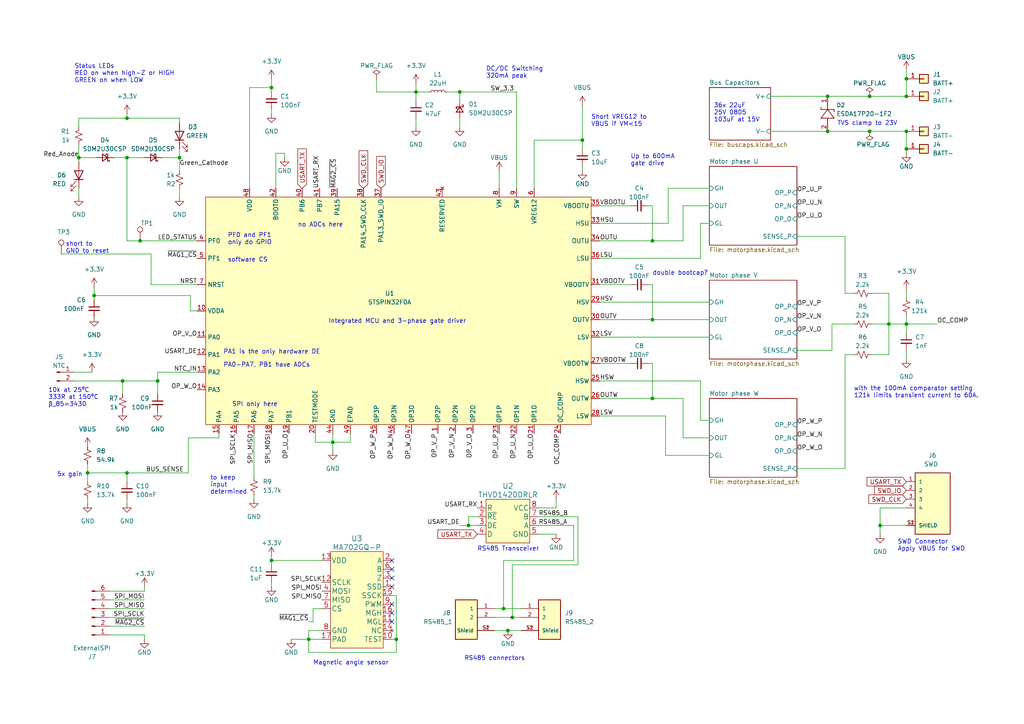
<source format=kicad_sch>
(kicad_sch (version 20230121) (generator eeschema)
  (paper "A4")
  (title_block (title "Ø32 BLDC Motor Controller") (date "2023-12-26") (rev "3") (company "Christopher Xu"))
  (lib_symbols
    (symbol "Connector:Conn_01x02_Pin" (pin_names (offset 1.016) hide)
      (property "Reference" "J" (at 0 2.54 0))
      (property "Value" "Conn_01x02_Pin" (at 0 -5.08 0))
      (symbol "Conn_01x02_Pin_1_1"
        (pin passive line (at 5.08 0 180) (length 3.81) (name "Pin_1") (number "1"))
        (pin passive line (at 5.08 -2.54 180) (length 3.81) (name "Pin_2") (number "2"))
      )
    )
    (symbol "Connector:Conn_01x06_Pin" (pin_names (offset 1.016) hide)
      (property "Reference" "J" (at 0 7.62 0))
      (property "Value" "Conn_01x06_Pin" (at 0 -10.16 0))
      (symbol "Conn_01x06_Pin_1_1"
        (pin passive line (at 5.08 5.08 180) (length 3.81) (name "Pin_1") (number "1"))
        (pin passive line (at 5.08 2.54 180) (length 3.81) (name "Pin_2") (number "2"))
        (pin passive line (at 5.08 0 180) (length 3.81) (name "Pin_3") (number "3"))
        (pin passive line (at 5.08 -2.54 180) (length 3.81) (name "Pin_4") (number "4"))
        (pin passive line (at 5.08 -5.08 180) (length 3.81) (name "Pin_5") (number "5"))
        (pin passive line (at 5.08 -7.62 180) (length 3.81) (name "Pin_6") (number "6"))
      )
    )
    (symbol "Connector:TestPoint" (pin_numbers hide) (pin_names (offset 0.762) hide)
      (property "Reference" "TP" (at 0 6.858 0))
      (property "Value" "TestPoint" (at 0 5.08 0))
      (symbol "TestPoint_1_1"
        (pin passive line (at 0 0 90) (length 2.54) (name "1") (number "1"))
      )
    )
    (symbol "Connector_Generic:Conn_01x01" (pin_names (offset 1.016) hide)
      (property "Reference" "J" (at 0 2.54 0))
      (property "Value" "Conn_01x01" (at 0 -2.54 0))
      (symbol "Conn_01x01_1_1"
        (pin passive line (at -5.08 0 0) (length 3.81) (name "Pin_1") (number "1"))
      )
    )
    (symbol "Device:C_Small" (pin_numbers hide) (pin_names (offset 0.254) hide)
      (property "Reference" "C" (at 0.254 1.778 0))
      (property "Value" "C_Small" (at 0.254 -2.032 0))
      (symbol "C_Small_1_1"
        (pin passive line (at 0 2.54 270) (length 2.032) (name "~") (number "1"))
        (pin passive line (at 0 -2.54 90) (length 2.032) (name "~") (number "2"))
      )
    )
    (symbol "Device:D_Schottky_Small" (pin_numbers hide) (pin_names (offset 0.254) hide)
      (property "Reference" "D" (at -1.27 2.032 0))
      (property "Value" "D_Schottky_Small" (at -7.112 -2.032 0))
      (symbol "D_Schottky_Small_1_1"
        (pin passive line (at -2.54 0 0) (length 1.778) (name "K") (number "1"))
        (pin passive line (at 2.54 0 180) (length 1.778) (name "A") (number "2"))
      )
    )
    (symbol "Device:LED" (pin_numbers hide) (pin_names (offset 1.016) hide)
      (property "Reference" "D" (at 0 2.54 0))
      (property "Value" "LED" (at 0 -2.54 0))
      (symbol "LED_1_1"
        (pin passive line (at -3.81 0 0) (length 2.54) (name "K") (number "1"))
        (pin passive line (at 3.81 0 180) (length 2.54) (name "A") (number "2"))
      )
    )
    (symbol "Device:L_Small" (pin_numbers hide) (pin_names (offset 0.254) hide)
      (property "Reference" "L" (at 0.762 1.016 0))
      (property "Value" "L_Small" (at 0.762 -1.016 0))
      (symbol "L_Small_1_1"
        (pin passive line (at 0 2.54 270) (length 0.508) (name "~") (number "1"))
        (pin passive line (at 0 -2.54 90) (length 0.508) (name "~") (number "2"))
      )
    )
    (symbol "Device:R_Small_US" (pin_numbers hide) (pin_names (offset 0.254) hide)
      (property "Reference" "R" (at 0.762 0.508 0))
      (property "Value" "R_Small_US" (at 0.762 -1.016 0))
      (symbol "R_Small_US_1_1"
        (pin passive line (at 0 2.54 270) (length 1.016) (name "~") (number "1"))
        (pin passive line (at 0 -2.54 90) (length 1.016) (name "~") (number "2"))
      )
    )
    (symbol "O32controller:ESDA17P20-1F2" (pin_names (offset 0.254))
      (property "Value" "ESDA17P20-1F2" (at 5.08 -3.81 0))
      (symbol "ESDA17P20-1F2_0_1"
        (pin unspecified line (at 10.16 0 180) (length 2.54) (name "") (number "1"))
        (pin unspecified line (at 0 0 0) (length 2.54) (name "") (number "2"))
      )
    )
    (symbol "O32controller:JST_SM02B-SRSS-TB(LF)(SN)" (pin_names (offset 1.016))
      (property "Reference" "J" (at 0 8.89 0))
      (property "Value" "JST_SM02B-SRSS-TB(LF)(SN)" (at -13.9092 6.3682 0))
      (symbol "JST_SM02B-SRSS-TB(LF)(SN)_0_0"
        (pin bidirectional line (at -7.62 2.54 0) (length 5.08) (name "1") (number "1"))
        (pin bidirectional line (at -7.62 0 0) (length 5.08) (name "2") (number "2"))
        (pin power_in line (at -7.62 -3.81 0) (length 5.08) (name "Shield") (number "S1"))
        (pin power_in line (at -7.62 -3.81 0) (length 5.08) (name "Shield") (number "S2"))
      )
    )
    (symbol "O32controller:JST_SM04B-SRSS-TB(LF)(SN)" (pin_names (offset 1.016))
      (property "Reference" "J" (at -1.27 11.43 0))
      (property "Value" "JST_SM04B-SRSS-TB(LF)(SN)" (at -13.97 8.89 0))
      (symbol "JST_SM04B-SRSS-TB(LF)(SN)_0_0"
        (pin passive line (at -7.62 5.08 0) (length 2.54) (name "1") (number "1"))
        (pin passive line (at -7.62 2.54 0) (length 2.54) (name "2") (number "2"))
        (pin passive line (at -7.62 0 0) (length 2.54) (name "3") (number "3"))
        (pin passive line (at -7.62 -2.54 0) (length 2.54) (name "4") (number "4"))
        (pin passive line (at -7.62 -7.62 0) (length 2.54) (name "SHIELD") (number "S1"))
        (pin passive line (at -7.62 -7.62 0) (length 2.54) (name "SHIELD") (number "S2"))
      )
    )
    (symbol "O32controller:MA702GQ-P" (pin_names (offset 0.254))
      (property "Reference" "U" (at 0 22.86 0))
      (property "Value" "MA702GQ-P" (at 0 20.32 0))
      (symbol "MA702GQ-P_1_1"
        (pin output line (at 10.16 7.62 180) (length 2.54) (name "SSD") (number "1"))
        (pin input line (at 10.16 -7.62 180) (length 2.54) (name "TEST") (number "10"))
        (pin output line (at 10.16 -2.54 180) (length 2.54) (name "MGL") (number "11"))
        (pin input line (at -10.16 8.89 0) (length 2.54) (name "SCLK") (number "12"))
        (pin power_in line (at -10.16 15.24 0) (length 2.54) (name "VDD") (number "13"))
        (pin no_connect line (at 10.16 -5.08 180) (length 2.54) (name "NC") (number "14"))
        (pin input line (at 10.16 5.08 180) (length 2.54) (name "SSCK") (number "15"))
        (pin output line (at 10.16 0 180) (length 2.54) (name "MGH") (number "16"))
        (pin power_in line (at -10.16 -7.62 0) (length 2.54) (name "PAD") (number "17"))
        (pin output line (at 10.16 15.24 180) (length 2.54) (name "A") (number "2"))
        (pin output line (at 10.16 10.16 180) (length 2.54) (name "Z") (number "3"))
        (pin input line (at -10.16 6.35 0) (length 2.54) (name "MOSI") (number "4"))
        (pin input line (at -10.16 1.27 0) (length 2.54) (name "CS") (number "5"))
        (pin output line (at 10.16 12.7 180) (length 2.54) (name "B") (number "6"))
        (pin output line (at -10.16 3.81 0) (length 2.54) (name "MISO") (number "7"))
        (pin power_in line (at -10.16 -5.08 0) (length 2.54) (name "GND") (number "8"))
        (pin output line (at 10.16 2.54 180) (length 2.54) (name "PWM") (number "9"))
      )
    )
    (symbol "O32controller:STSPIN32F0A"
      (property "Reference" "U" (at -5.08 7.62 0))
      (property "Value" "STSPIN32F0A" (at 2.54 7.62 0))
      (symbol "STSPIN32F0A_1_1"
        (pin input line (at 13.97 -38.1 90) (length 2.54) (name "OP2P") (number "1"))
        (pin power_in line (at -55.88 -2.54 0) (length 2.54) (name "VDDA") (number "10"))
        (pin bidirectional line (at -55.88 -10.16 0) (length 2.54) (name "PA0") (number "11"))
        (pin bidirectional line (at -55.88 -15.24 0) (length 2.54) (name "PA1") (number "12"))
        (pin bidirectional line (at -55.88 -20.32 0) (length 2.54) (name "PA2") (number "13"))
        (pin bidirectional line (at -55.88 -25.4 0) (length 2.54) (name "PA3") (number "14"))
        (pin bidirectional line (at -49.53 -38.1 90) (length 2.54) (name "PA4") (number "15"))
        (pin bidirectional line (at -44.45 -38.1 90) (length 2.54) (name "PA5") (number "16"))
        (pin bidirectional line (at -39.37 -38.1 90) (length 2.54) (name "PA6") (number "17"))
        (pin bidirectional line (at -34.29 -38.1 90) (length 2.54) (name "PA7") (number "18"))
        (pin bidirectional line (at -29.21 -38.1 90) (length 2.54) (name "PB1") (number "19"))
        (pin input line (at 19.05 -38.1 90) (length 2.54) (name "OP2N") (number "2"))
        (pin input line (at -21.59 -38.1 90) (length 2.54) (name "TESTMODE") (number "20"))
        (pin output line (at 41.91 -38.1 90) (length 2.54) (name "OP1O") (number "21"))
        (pin input line (at 36.83 -38.1 90) (length 2.54) (name "OP1N") (number "22"))
        (pin input line (at 31.75 -38.1 90) (length 2.54) (name "OP1P") (number "23"))
        (pin input line (at 49.53 -38.1 90) (length 2.54) (name "OC_COMP") (number "24"))
        (pin output line (at 60.96 -22.86 180) (length 2.54) (name "HSW") (number "25"))
        (pin input line (at 60.96 -27.94 180) (length 2.54) (name "OUTW") (number "26"))
        (pin power_out line (at 60.96 -17.78 180) (length 2.54) (name "VBOOTW") (number "27"))
        (pin output line (at 60.96 -33.02 180) (length 2.54) (name "LSW") (number "28"))
        (pin output line (at 60.96 0 180) (length 2.54) (name "HSV") (number "29"))
        (pin output line (at 24.13 -38.1 90) (length 2.54) (name "OP2O") (number "3"))
        (pin input line (at 60.96 -5.08 180) (length 2.54) (name "OUTV") (number "30"))
        (pin power_out line (at 60.96 5.08 180) (length 2.54) (name "VBOOTV") (number "31"))
        (pin output line (at 60.96 -10.16 180) (length 2.54) (name "LSV") (number "32"))
        (pin output line (at 60.96 22.86 180) (length 2.54) (name "HSU") (number "33"))
        (pin input line (at 60.96 17.78 180) (length 2.54) (name "OUTU") (number "34"))
        (pin power_out line (at 60.96 27.94 180) (length 2.54) (name "VBOOTU") (number "35"))
        (pin output line (at 60.96 12.7 180) (length 2.54) (name "LSU") (number "36"))
        (pin bidirectional line (at -2.54 33.02 270) (length 2.54) (name "PA13_SWD_IO") (number "37"))
        (pin bidirectional line (at -7.62 33.02 270) (length 2.54) (name "PA14_SWD_CLK") (number "38"))
        (pin bidirectional line (at -15.24 33.02 270) (length 2.54) (name "PA15") (number "39"))
        (pin bidirectional line (at -55.88 17.78 0) (length 2.54) (name "PF0") (number "4"))
        (pin bidirectional line (at -25.4 33.02 270) (length 2.54) (name "PB6") (number "40"))
        (pin bidirectional line (at -20.32 33.02 270) (length 2.54) (name "PB7") (number "41"))
        (pin input line (at -33.02 33.02 270) (length 2.54) (name "BOOT0") (number "42"))
        (pin no_connect line (at 15.24 33.02 270) (length 2.54) (name "RESERVED") (number "43"))
        (pin power_in line (at -16.51 -38.1 90) (length 2.54) (name "GND") (number "44"))
        (pin input line (at -3.81 -38.1 90) (length 2.54) (name "OP3P") (number "45"))
        (pin input line (at 1.27 -38.1 90) (length 2.54) (name "OP3N") (number "46"))
        (pin output line (at 6.35 -38.1 90) (length 2.54) (name "OP3O") (number "47"))
        (pin power_in line (at -40.64 33.02 270) (length 2.54) (name "VDD") (number "48"))
        (pin power_in line (at -11.43 -38.1 90) (length 2.54) (name "EPAD") (number "49"))
        (pin bidirectional line (at -55.88 12.7 0) (length 2.54) (name "PF1") (number "5"))
        (pin power_in line (at 41.91 33.02 270) (length 2.54) (name "VREG12") (number "6"))
        (pin input line (at -55.88 5.08 0) (length 2.54) (name "NRST") (number "7"))
        (pin power_in line (at 31.75 33.02 270) (length 2.54) (name "VM") (number "8"))
        (pin output line (at 36.83 33.02 270) (length 2.54) (name "SW") (number "9"))
      )
    )
    (symbol "O32controller:THVD1420DRLR" (pin_names (offset 0.254))
      (property "Reference" "U" (at 0 10.16 0))
      (property "Value" "THVD1420DRLR" (at -1.27 12.7 0))
      (symbol "THVD1420DRLR_1_1"
        (pin output line (at -8.89 3.81 0) (length 2.54) (name "R") (number "1"))
        (pin input line (at -8.89 1.27 0) (length 2.54) (name "~{RE}") (number "2"))
        (pin input line (at -8.89 -1.27 0) (length 2.54) (name "DE") (number "3"))
        (pin input line (at -8.89 -3.81 0) (length 2.54) (name "D") (number "4"))
        (pin power_in line (at 8.89 -3.81 180) (length 2.54) (name "GND") (number "5"))
        (pin bidirectional line (at 8.89 -1.27 180) (length 2.54) (name "A") (number "6"))
        (pin bidirectional line (at 8.89 1.27 180) (length 2.54) (name "B") (number "7"))
        (pin power_in line (at 8.89 3.81 180) (length 2.54) (name "VCC") (number "8"))
      )
    )
    (symbol "power:+3.3V" (power) (pin_names (offset 0))
      (property "Value" "+3.3V" (at 0 3.556 0))
      (symbol "+3.3V_1_1"
        (pin power_in line (at 0 0 90) (length 0) hide (name "+3.3V") (number "1"))
      )
    )
    (symbol "power:GND" (power) (pin_names (offset 0))
      (property "Value" "GND" (at 0 -3.81 0))
      (symbol "GND_1_1"
        (pin power_in line (at 0 0 270) (length 0) hide (name "GND") (number "1"))
      )
    )
    (symbol "power:PWR_FLAG" (power) (pin_numbers hide) (pin_names (offset 0) hide)
      (property "Value" "PWR_FLAG" (at 0 3.81 0))
      (symbol "PWR_FLAG_0_0"
        (pin power_out line (at 0 0 90) (length 0) (name "pwr") (number "1"))
      )
    )
    (symbol "power:VBUS" (power) (pin_names (offset 0))
      (property "Value" "VBUS" (at 0 3.81 0))
      (symbol "VBUS_1_1"
        (pin power_in line (at 0 0 90) (length 0) hide (name "VBUS") (number "1"))
      )
    )
  )
  (junction (at 36.83 34.29))
  (junction (at 35.56 110.49))
  (junction (at 262.89 22.86))
  (junction (at 168.91 40.64))
  (junction (at 120.65 26.67))
  (junction (at 89.535 185.42))
  (junction (at 25.4 137.16))
  (junction (at 255.27 152.4))
  (junction (at 52.07 45.72))
  (junction (at 240.03 38.1))
  (junction (at 257.81 93.98))
  (junction (at 146.05 176.53))
  (junction (at 189.23 115.57))
  (junction (at 114.935 185.42))
  (junction (at 36.83 45.72))
  (junction (at 133.35 26.67))
  (junction (at 78.74 162.56))
  (junction (at 40.64 69.85))
  (junction (at 252.222 27.94))
  (junction (at 262.89 38.1))
  (junction (at 78.74 25.4))
  (junction (at 189.23 69.85))
  (junction (at 45.72 110.49))
  (junction (at 147.32 182.88))
  (junction (at 262.89 43.18))
  (junction (at 262.89 27.94))
  (junction (at 262.89 93.98))
  (junction (at 96.52 128.27))
  (junction (at 22.86 45.72))
  (junction (at 27.305 85.725))
  (junction (at 36.83 137.16))
  (junction (at 135.89 152.4))
  (junction (at 189.23 92.71))
  (junction (at 252.222 38.1))
  (junction (at 240.03 27.94))
  (junction (at 148.59 179.07))
  (no_connect (at 113.665 162.56))
  (no_connect (at 113.665 170.18))
  (no_connect (at 113.665 167.64))
  (no_connect (at 113.665 165.1))
  (no_connect (at 113.665 177.8))
  (no_connect (at 113.665 175.26))
  (no_connect (at 113.665 180.34))
  (wire (pts (xy 36.83 137.16) (xy 54.61 137.16)))
  (wire (pts (xy 27.305 85.725) (xy 55.245 85.725)))
  (wire (pts (xy 101.6 128.27) (xy 101.6 125.73)))
  (wire (pts (xy 173.99 82.55) (xy 182.88 82.55)))
  (wire (pts (xy 78.74 161.29) (xy 78.74 162.56)))
  (wire (pts (xy 173.99 74.93) (xy 203.2 74.93)))
  (wire (pts (xy 78.74 22.86) (xy 78.74 25.4)))
  (wire (pts (xy 31.75 181.61) (xy 41.91 181.61)))
  (wire (pts (xy 25.4 137.16) (xy 36.83 137.16)))
  (wire (pts (xy 154.94 40.64) (xy 154.94 54.61)))
  (wire (pts (xy 133.35 34.29) (xy 133.35 36.83)))
  (wire (pts (xy 89.535 185.42) (xy 93.345 185.42)))
  (wire (pts (xy 21.59 110.49) (xy 35.56 110.49)))
  (wire (pts (xy 129.54 26.67) (xy 133.35 26.67)))
  (wire (pts (xy 41.91 185.42) (xy 41.91 184.15)))
  (wire (pts (xy 72.39 25.4) (xy 72.39 54.61)))
  (wire (pts (xy 113.665 172.72) (xy 114.935 172.72)))
  (wire (pts (xy 148.59 179.07) (xy 151.13 179.07)))
  (wire (pts (xy 89.535 182.88) (xy 89.535 185.42)))
  (wire (pts (xy 168.91 48.26) (xy 168.91 49.53)))
  (wire (pts (xy 203.2 121.92) (xy 205.74 121.92)))
  (wire (pts (xy 189.23 105.41) (xy 187.96 105.41)))
  (wire (pts (xy 189.23 59.69) (xy 189.23 69.85)))
  (wire (pts (xy 21.59 107.95) (xy 26.67 107.95)))
  (wire (pts (xy 133.35 26.67) (xy 133.35 29.21)))
  (wire (pts (xy 193.802 64.77) (xy 193.802 54.61)))
  (wire (pts (xy 36.83 34.29) (xy 52.07 34.29)))
  (wire (pts (xy 96.52 128.27) (xy 101.6 128.27)))
  (wire (pts (xy 133.35 152.4) (xy 135.89 152.4)))
  (wire (pts (xy 262.89 93.98) (xy 271.78 93.98)))
  (wire (pts (xy 41.91 184.15) (xy 31.75 184.15)))
  (wire (pts (xy 262.89 20.32) (xy 262.89 22.86)))
  (wire (pts (xy 173.99 69.85) (xy 189.23 69.85)))
  (wire (pts (xy 146.05 162.56) (xy 146.05 176.53)))
  (wire (pts (xy 257.81 93.98) (xy 262.89 93.98)))
  (wire (pts (xy 52.07 45.72) (xy 52.07 49.53)))
  (wire (pts (xy 89.535 185.42) (xy 84.455 185.42)))
  (wire (pts (xy 144.78 49.53) (xy 144.78 54.61)))
  (wire (pts (xy 27.305 83.185) (xy 27.305 85.725)))
  (wire (pts (xy 52.07 43.18) (xy 52.07 45.72)))
  (wire (pts (xy 36.83 69.85) (xy 40.64 69.85)))
  (wire (pts (xy 90.805 176.53) (xy 93.345 176.53)))
  (wire (pts (xy 114.935 189.23) (xy 114.935 185.42)))
  (wire (pts (xy 78.74 162.56) (xy 93.345 162.56)))
  (wire (pts (xy 198.12 115.57) (xy 189.23 115.57)))
  (wire (pts (xy 36.83 139.7) (xy 36.83 137.16)))
  (wire (pts (xy 82.55 45.72) (xy 82.55 44.45)))
  (wire (pts (xy 89.535 189.23) (xy 114.935 189.23)))
  (wire (pts (xy 73.66 125.73) (xy 73.66 138.43)))
  (wire (pts (xy 252.222 27.94) (xy 262.89 27.94)))
  (wire (pts (xy 156.21 152.4) (xy 166.37 152.4)))
  (wire (pts (xy 96.52 128.27) (xy 96.52 130.81)))
  (wire (pts (xy 25.4 134.62) (xy 25.4 137.16)))
  (wire (pts (xy 78.74 168.91) (xy 78.74 170.18)))
  (wire (pts (xy 120.65 34.29) (xy 120.65 36.83)))
  (wire (pts (xy 143.51 176.53) (xy 146.05 176.53)))
  (wire (pts (xy 80.01 44.45) (xy 80.01 54.61)))
  (wire (pts (xy 189.23 92.71) (xy 205.74 92.71)))
  (wire (pts (xy 55.245 90.17) (xy 57.15 90.17)))
  (wire (pts (xy 89.535 185.42) (xy 89.535 189.23)))
  (wire (pts (xy 173.99 110.49) (xy 203.2 110.49)))
  (wire (pts (xy 133.35 26.67) (xy 149.86 26.67)))
  (wire (pts (xy 89.535 180.34) (xy 90.805 180.34)))
  (wire (pts (xy 173.99 64.77) (xy 193.802 64.77)))
  (wire (pts (xy 27.305 85.725) (xy 27.305 86.995)))
  (wire (pts (xy 54.61 127) (xy 63.5 127)))
  (wire (pts (xy 33.02 45.72) (xy 36.83 45.72)))
  (wire (pts (xy 262.89 22.86) (xy 262.89 27.94)))
  (wire (pts (xy 223.52 38.1) (xy 240.03 38.1)))
  (wire (pts (xy 120.65 26.67) (xy 124.46 26.67)))
  (wire (pts (xy 198.12 59.69) (xy 205.74 59.69)))
  (wire (pts (xy 52.07 34.29) (xy 52.07 35.56)))
  (wire (pts (xy 22.86 45.72) (xy 22.86 46.99)))
  (wire (pts (xy 41.91 170.18) (xy 41.91 171.45)))
  (wire (pts (xy 262.89 91.44) (xy 262.89 93.98)))
  (wire (pts (xy 72.39 25.4) (xy 78.74 25.4)))
  (wire (pts (xy 109.22 22.86) (xy 109.22 26.67)))
  (wire (pts (xy 43.815 82.55) (xy 57.15 82.55)))
  (wire (pts (xy 262.89 147.32) (xy 255.27 147.32)))
  (wire (pts (xy 189.23 82.55) (xy 189.23 92.71)))
  (wire (pts (xy 173.99 115.57) (xy 189.23 115.57)))
  (wire (pts (xy 203.2 64.77) (xy 205.74 64.77)))
  (wire (pts (xy 36.83 69.85) (xy 36.83 45.72)))
  (wire (pts (xy 78.74 31.75) (xy 78.74 33.02)))
  (wire (pts (xy 203.2 74.93) (xy 203.2 64.77)))
  (wire (pts (xy 168.91 40.64) (xy 154.94 40.64)))
  (wire (pts (xy 156.21 149.86) (xy 167.64 149.86)))
  (wire (pts (xy 138.43 149.86) (xy 135.89 149.86)))
  (wire (pts (xy 193.04 120.65) (xy 193.04 132.08)))
  (wire (pts (xy 114.935 172.72) (xy 114.935 185.42)))
  (wire (pts (xy 35.56 110.49) (xy 35.56 114.3)))
  (wire (pts (xy 193.802 54.61) (xy 205.74 54.61)))
  (wire (pts (xy 120.65 24.13) (xy 120.65 26.67)))
  (wire (pts (xy 231.14 135.89) (xy 245.11 135.89)))
  (wire (pts (xy 167.64 163.83) (xy 148.59 163.83)))
  (wire (pts (xy 166.37 152.4) (xy 166.37 162.56)))
  (wire (pts (xy 262.89 83.82) (xy 262.89 86.36)))
  (wire (pts (xy 35.56 110.49) (xy 45.72 110.49)))
  (wire (pts (xy 43.815 73.66) (xy 43.815 82.55)))
  (wire (pts (xy 198.12 69.85) (xy 198.12 59.69)))
  (wire (pts (xy 167.64 149.86) (xy 167.64 163.83)))
  (wire (pts (xy 22.86 34.29) (xy 22.86 36.83)))
  (wire (pts (xy 193.04 132.08) (xy 205.74 132.08)))
  (wire (pts (xy 147.32 182.88) (xy 151.13 182.88)))
  (wire (pts (xy 240.03 27.94) (xy 252.222 27.94)))
  (wire (pts (xy 96.52 125.73) (xy 96.52 128.27)))
  (wire (pts (xy 22.86 34.29) (xy 36.83 34.29)))
  (wire (pts (xy 245.11 102.87) (xy 247.65 102.87)))
  (wire (pts (xy 198.12 127) (xy 198.12 115.57)))
  (wire (pts (xy 262.89 38.1) (xy 262.89 43.18)))
  (wire (pts (xy 114.935 185.42) (xy 113.665 185.42)))
  (wire (pts (xy 91.44 125.73) (xy 91.44 128.27)))
  (wire (pts (xy 25.4 144.78) (xy 25.4 146.05)))
  (wire (pts (xy 36.83 144.78) (xy 36.83 146.05)))
  (wire (pts (xy 55.245 85.725) (xy 55.245 90.17)))
  (wire (pts (xy 245.11 85.09) (xy 247.65 85.09)))
  (wire (pts (xy 120.65 26.67) (xy 120.65 29.21)))
  (wire (pts (xy 262.89 101.6) (xy 262.89 104.14)))
  (wire (pts (xy 173.99 59.69) (xy 182.88 59.69)))
  (wire (pts (xy 22.86 54.61) (xy 22.86 57.15)))
  (wire (pts (xy 189.23 82.55) (xy 187.96 82.55)))
  (wire (pts (xy 223.52 27.94) (xy 240.03 27.94)))
  (wire (pts (xy 54.61 127) (xy 54.61 137.16)))
  (wire (pts (xy 173.99 97.79) (xy 205.74 97.79)))
  (wire (pts (xy 189.23 59.69) (xy 187.96 59.69)))
  (wire (pts (xy 156.21 154.94) (xy 161.29 154.94)))
  (wire (pts (xy 255.27 147.32) (xy 255.27 152.4)))
  (wire (pts (xy 36.83 45.72) (xy 41.91 45.72)))
  (wire (pts (xy 252.73 85.09) (xy 257.81 85.09)))
  (wire (pts (xy 31.75 179.07) (xy 41.91 179.07)))
  (wire (pts (xy 205.74 127) (xy 198.12 127)))
  (wire (pts (xy 252.222 38.1) (xy 262.89 38.1)))
  (wire (pts (xy 166.37 162.56) (xy 146.05 162.56)))
  (wire (pts (xy 135.89 149.86) (xy 135.89 152.4)))
  (wire (pts (xy 146.05 176.53) (xy 151.13 176.53)))
  (wire (pts (xy 90.805 180.34) (xy 90.805 176.53)))
  (wire (pts (xy 262.89 43.18) (xy 262.89 44.45)))
  (wire (pts (xy 173.99 105.41) (xy 182.88 105.41)))
  (wire (pts (xy 189.23 69.85) (xy 198.12 69.85)))
  (wire (pts (xy 252.73 102.87) (xy 257.81 102.87)))
  (wire (pts (xy 173.99 92.71) (xy 189.23 92.71)))
  (wire (pts (xy 31.75 171.45) (xy 41.91 171.45)))
  (wire (pts (xy 168.91 43.18) (xy 168.91 40.64)))
  (wire (pts (xy 82.55 44.45) (xy 80.01 44.45)))
  (wire (pts (xy 262.89 93.98) (xy 262.89 96.52)))
  (wire (pts (xy 257.81 102.87) (xy 257.81 93.98)))
  (wire (pts (xy 73.66 143.51) (xy 73.66 144.78)))
  (wire (pts (xy 161.29 147.32) (xy 156.21 147.32)))
  (wire (pts (xy 173.99 120.65) (xy 193.04 120.65)))
  (wire (pts (xy 78.74 162.56) (xy 78.74 163.83)))
  (wire (pts (xy 109.22 26.67) (xy 120.65 26.67)))
  (wire (pts (xy 148.59 163.83) (xy 148.59 179.07)))
  (wire (pts (xy 91.44 128.27) (xy 96.52 128.27)))
  (wire (pts (xy 22.86 41.91) (xy 22.86 45.72)))
  (wire (pts (xy 255.27 152.4) (xy 262.89 152.4)))
  (wire (pts (xy 241.3 101.6) (xy 241.3 93.98)))
  (wire (pts (xy 52.07 54.61) (xy 52.07 57.15)))
  (wire (pts (xy 45.72 107.95) (xy 45.72 110.49)))
  (wire (pts (xy 31.75 173.99) (xy 41.91 173.99)))
  (wire (pts (xy 203.2 110.49) (xy 203.2 121.92)))
  (wire (pts (xy 46.99 45.72) (xy 52.07 45.72)))
  (wire (pts (xy 240.03 38.1) (xy 252.222 38.1)))
  (wire (pts (xy 45.72 107.95) (xy 57.15 107.95)))
  (wire (pts (xy 149.86 54.61) (xy 149.86 26.67)))
  (wire (pts (xy 143.51 182.88) (xy 147.32 182.88)))
  (wire (pts (xy 245.11 68.58) (xy 245.11 85.09)))
  (wire (pts (xy 40.64 69.85) (xy 57.15 69.85)))
  (wire (pts (xy 93.345 182.88) (xy 89.535 182.88)))
  (wire (pts (xy 241.3 93.98) (xy 247.65 93.98)))
  (wire (pts (xy 168.91 30.48) (xy 168.91 40.64)))
  (wire (pts (xy 25.4 137.16) (xy 25.4 139.7)))
  (wire (pts (xy 36.83 33.02) (xy 36.83 34.29)))
  (wire (pts (xy 78.74 25.4) (xy 78.74 26.67)))
  (wire (pts (xy 31.75 176.53) (xy 41.91 176.53)))
  (wire (pts (xy 143.51 179.07) (xy 148.59 179.07)))
  (wire (pts (xy 257.81 93.98) (xy 252.73 93.98)))
  (wire (pts (xy 161.29 144.78) (xy 161.29 147.32)))
  (wire (pts (xy 255.27 154.94) (xy 255.27 152.4)))
  (wire (pts (xy 231.14 68.58) (xy 245.11 68.58)))
  (wire (pts (xy 63.5 127) (xy 63.5 125.73)))
  (wire (pts (xy 245.11 135.89) (xy 245.11 102.87)))
  (wire (pts (xy 135.89 152.4) (xy 138.43 152.4)))
  (wire (pts (xy 257.81 85.09) (xy 257.81 93.98)))
  (wire (pts (xy 22.86 45.72) (xy 27.94 45.72)))
  (wire (pts (xy 43.815 73.66) (xy 17.78 73.66)))
  (wire (pts (xy 231.14 101.6) (xy 241.3 101.6)))
  (wire (pts (xy 189.23 105.41) (xy 189.23 115.57)))
  (wire (pts (xy 173.99 87.63) (xy 205.74 87.63)))
  (wire (pts (xy 45.72 110.49) (xy 45.72 114.3)))
  (text "PA1 is the only hardware DE" (at 64.77 102.87 0) (effects (font (size 1.27 1.27)) (justify left bottom)))
  (text "to keep\ninput\ndetermined" (at 60.96 143.51 0) (effects (font (size 1.27 1.27)) (justify left bottom)))
  (text "RS485 Transceiver" (at 138.43 160.02 0) (effects (font (size 1.27 1.27)) (justify left bottom)))
  (text "short to \nGND to reset" (at 19.05 73.66 0) (effects (font (size 1.27 1.27)) (justify left bottom)))
  (text "Short VREG12 to \nVBUS if VM<15" (at 171.45 36.83 0) (effects (font (size 1.27 1.27)) (justify left bottom)))
  (text "Up to 600mA \ngate drive" (at 182.88 48.26 0) (effects (font (size 1.27 1.27)) (justify left bottom)))
  (text "36x 22uF\n25V 0805\n103uF at 15V" (at 207.01 35.56 0) (effects (font (size 1.27 1.27)) (justify left bottom)))
  (text "DC/DC Switching\n320mA peak" (at 140.97 22.86 0) (effects (font (size 1.27 1.27)) (justify left bottom)))
  (text "Integrated MCU and 3-phase gate driver" (at 95.25 93.98 0) (effects (font (size 1.27 1.27)) (justify left bottom)))
  (text "PF0 and PF1\nonly do GPIO" (at 66.04 71.12 0) (effects (font (size 1.27 1.27)) (justify left bottom)))
  (text "PA0-PA7, PB1 have ADCs" (at 64.77 106.68 0) (effects (font (size 1.27 1.27)) (justify left bottom)))
  (text "TVS clamp to 23V" (at 242.824 36.576 0) (effects (font (size 1.27 1.27)) (justify left bottom)))
  (text "10k at 25ºC\n333R at 150ºC\nβ_85=3430\n" (at 13.97 118.11 0) (effects (font (size 1.27 1.27)) (justify left bottom)))
  (text "with the 100mA comparator setting\n121k limits transient current to 60A." (at 247.65 115.57 0) (effects (font (size 1.27 1.27)) (justify left bottom)))
  (text "5x gain" (at 16.51 138.43 0) (effects (font (size 1.27 1.27)) (justify left bottom)))
  (text "no ADCs here" (at 86.36 66.04 0) (effects (font (size 1.27 1.27)) (justify left bottom)))
  (text "SPI only here" (at 67.31 118.11 0) (effects (font (size 1.27 1.27)) (justify left bottom)))
  (text "Magnetic angle sensor" (at 90.805 193.04 0) (effects (font (size 1.27 1.27)) (justify left bottom)))
  (text "RS485 connectors" (at 134.62 191.77 0) (effects (font (size 1.27 1.27)) (justify left bottom)))
  (text "software CS" (at 66.04 76.2 0) (effects (font (size 1.27 1.27)) (justify left bottom)))
  (text "SWD Connector\nApply VBUS for SWD" (at 260.35 160.02 0) (effects (font (size 1.27 1.27)) (justify left bottom)))
  (text "Status LEDs\nRED on when high-Z or HIGH\nGREEN on when LOW" (at 21.59 24.13 0) (effects (font (size 1.27 1.27)) (justify left bottom)))
  (text "double bootcap?" (at 189.23 80.01 0) (effects (font (size 1.27 1.27)) (justify left bottom)))
  (label "OC_COMP" (at 271.78 93.98 0))
  (label "LSW" (at 173.99 120.65 0))
  (label "USART_DE" (at 133.35 152.4 180))
  (label "SPI_MOSI" (at 93.345 171.45 180))
  (label "SPI_MOSI" (at 41.91 173.99 180))
  (label "USART_RX" (at 138.43 147.32 180))
  (label "SPI_MISO" (at 93.345 173.99 180))
  (label "OP_V_N" (at 231.14 92.71 0))
  (label "OP_W_N" (at 231.14 127 0))
  (label "OP_U_P" (at 144.78 125.73 270))
  (label "OP_W_P" (at 109.22 125.73 270))
  (label "OP_V_N" (at 132.08 125.73 270))
  (label "HSW" (at 173.99 110.49 0))
  (label "~{MAG2_CS}" (at 97.79 54.61 90))
  (label "OC_COMP" (at 162.56 125.73 270))
  (label "OUTV" (at 173.99 92.71 0))
  (label "~{MAG1_CS}" (at 57.15 74.93 180))
  (label "USART_DE" (at 57.15 102.87 180))
  (label "SPI_SCLK" (at 41.91 179.07 180))
  (label "VBOOTW" (at 173.99 105.41 0))
  (label "BUS_SENSE" (at 53.34 137.16 180))
  (label "NRST" (at 57.15 82.55 180))
  (label "LED_STATUS" (at 57.15 69.85 180))
  (label "LSU" (at 173.99 74.93 0))
  (label "SPI_MOSI" (at 78.74 125.73 270))
  (label "OP_U_O" (at 83.82 125.73 270))
  (label "VBOOTU" (at 173.99 59.69 0))
  (label "OP_V_O" (at 231.14 96.52 0))
  (label "OP_U_P" (at 231.14 55.88 0))
  (label "LSV" (at 173.99 97.79 0))
  (label "OP_V_P" (at 231.14 88.9 0))
  (label "SW_3.3" (at 142.24 26.67 0))
  (label "OP_U_O" (at 231.14 63.5 0))
  (label "OP_V_P" (at 127 125.73 270))
  (label "OP_W_O" (at 119.38 125.73 270))
  (label "Red_Anode" (at 22.86 45.72 180))
  (label "RS485_B" (at 156.21 149.86 0))
  (label "HSV" (at 173.99 87.63 0))
  (label "HSU" (at 173.99 64.77 0))
  (label "SPI_SCLK" (at 68.58 125.73 270))
  (label "USART_RX" (at 92.71 54.61 90))
  (label "~{MAG2_CS}" (at 41.91 181.61 180))
  (label "OP_U_O" (at 154.94 125.73 270))
  (label "OP_W_O" (at 231.14 130.81 0))
  (label "RS485_A" (at 156.21 152.4 0))
  (label "OP_W_O" (at 57.15 113.03 180))
  (label "~{MAG1_CS}" (at 89.535 180.34 180))
  (label "Green_Cathode" (at 52.07 48.26 0))
  (label "VBOOTV" (at 173.99 82.55 0))
  (label "NTC_IN" (at 57.15 107.95 180))
  (label "SPI_MISO" (at 73.66 125.73 270))
  (label "OUTU" (at 173.99 69.85 0))
  (label "OP_V_O" (at 137.16 125.73 270))
  (label "OP_W_N" (at 114.3 125.73 270))
  (label "OP_U_N" (at 149.86 125.73 270))
  (label "OP_U_N" (at 231.14 59.69 0))
  (label "OP_V_O" (at 57.15 97.79 180))
  (label "OP_W_P" (at 231.14 123.19 0))
  (label "OUTW" (at 173.99 115.57 0))
  (label "SPI_SCLK" (at 93.345 168.91 180))
  (label "SPI_MISO" (at 41.91 176.53 180))
  (global_label "SWD_CLK" (shape input) (at 105.41 54.61 90) (property "Intersheetrefs" "${INTERSHEET_REFS}" (effects hide)))
  (global_label "USART_TX" (shape input) (at 262.89 139.7 180) (property "Intersheetrefs" "${INTERSHEET_REFS}" (effects hide)))
  (global_label "SWD_IO" (shape input) (at 262.89 142.24 180) (property "Intersheetrefs" "${INTERSHEET_REFS}" (effects hide)))
  (global_label "SWD_CLK" (shape input) (at 262.89 144.78 180) (property "Intersheetrefs" "${INTERSHEET_REFS}" (effects hide)))
  (global_label "SWD_IO" (shape input) (at 110.49 54.61 90) (property "Intersheetrefs" "${INTERSHEET_REFS}" (effects hide)))
  (global_label "USART_TX" (shape input) (at 138.43 154.94 180) (property "Intersheetrefs" "${INTERSHEET_REFS}" (effects hide)))
  (global_label "USART_TX" (shape input) (at 87.63 54.61 90) (property "Intersheetrefs" "${INTERSHEET_REFS}" (effects hide)))
  (symbol (lib_id "Device:D_Schottky_Small") (at 44.45 45.72 180) (unit 1)
    (property "Reference" "D5" (at 45.72 40.64 0) (effects (justify left)))
    (property "Value" "SDM2U30CSP" (at 50.8 43.18 0) (effects (justify left)))
    (property "Footprint" "O32controller:SDM2U30CSP-7" (effects hide))
    (property "MP" "SDM2U30CSP" (effects hide))
  )
  (symbol (lib_id "Device:C_Small") (at 185.42 105.41 90) (unit 1)
    (property "Reference" "C8" (at 185.42 100.33 90))
    (property "Value" "100nF" (at 185.42 102.87 90))
    (property "Footprint" "Capacitor_SMD:C_0402_1005Metric" (effects hide))
    (property "MP" "CL05A104KA5NNNC " (effects hide))
  )
  (symbol (lib_id "power:+3.3V") (at 78.74 22.86 0) (unit 1)
    (property "Reference" "#PWR02" (effects hide))
    (property "Value" "+3.3V" (at 78.74 17.78 0))
  )
  (symbol (lib_id "Device:D_Schottky_Small") (at 133.35 31.75 270) (unit 1)
    (property "Reference" "D1" (at 135.89 30.2259 90) (effects (justify left)))
    (property "Value" "SDM2U30CSP" (at 135.89 32.7659 90) (effects (justify left)))
    (property "Footprint" "O32controller:SDM2U30CSP-7" (effects hide))
    (property "MP" "SDM2U30CSP" (effects hide))
  )
  (symbol (lib_id "O32controller:JST_SM02B-SRSS-TB(LF)(SN)") (at 158.75 179.07 0) (unit 1)
    (property "Reference" "J9" (at 163.83 177.8 0) (effects (justify left)))
    (property "Value" "RS485_2" (at 163.83 180.34 0) (effects (justify left)))
    (property "Footprint" "O32controller:JST_SM02B-SRSS-TB(LF)(SN)" (effects hide))
    (property "Datasheet" "https://www.snapeda.com/parts/SM04B-SRSS-TB(LF)(SN)/JST%20Sales/datasheet/" (effects hide))
    (property "MP" "SM02B-SRSS-TB_LF__SN_" (effects hide))
  )
  (symbol (lib_id "O32controller:THVD1420DRLR") (at 147.32 151.13 0) (unit 1)
    (property "Reference" "U2" (at 147.32 140.97 0) (effects (font (size 1.524 1.524))))
    (property "Value" "THVD1420DRLR" (at 147.32 143.51 0) (effects (font (size 1.524 1.524))))
    (property "Footprint" "O32controller:THVD1420DRLR_SOT-585" (effects hide))
    (property "Datasheet" "https://www.ti.com/lit/ds/symlink/thvd1400.pdf" (effects hide))
    (property "MP" "THVD1420DRLR" (effects hide))
  )
  (symbol (lib_id "Device:R_Small_US") (at 262.89 88.9 0) (unit 1)
    (property "Reference" "R4" (at 266.7 87.63 0))
    (property "Value" "121k" (at 266.7 90.17 0))
    (property "Footprint" "Resistor_SMD:R_0402_1005Metric" (effects hide))
    (property "MP" "RC0402FR-07121KL " (effects hide))
  )
  (symbol (lib_id "O32controller:STSPIN32F0A") (at 113.03 87.63 0) (unit 1)
    (property "Reference" "U1" (at 113.03 85.09 0))
    (property "Value" "STSPIN32F0A" (at 113.03 87.63 0))
    (property "Footprint" "O32controller:VFQFPN-48-1EP_7x7mm_P0.5mm_EP2.8x2.8mm" (effects hide))
    (property "Datasheet" "https://www.st.com/en/motor-drivers/stspin32f0a.html#overview" (effects hide))
    (property "MP" "STSPIN32F0A" (effects hide))
  )
  (symbol (lib_id "power:GND") (at 82.55 45.72 0) (unit 1)
    (property "Reference" "#PWR010" (effects hide))
    (property "Value" "GND" (at 82.55 49.53 0))
  )
  (symbol (lib_id "Device:C_Small") (at 78.74 166.37 0) (unit 1)
    (property "Reference" "C11" (at 72.39 165.1 0) (effects (justify left)))
    (property "Value" "1uF" (at 72.39 167.64 0) (effects (justify left)))
    (property "Footprint" "Capacitor_SMD:C_0402_1005Metric" (effects hide))
    (property "MP" "GCM155C71A105KE38D" (effects hide))
  )
  (symbol (lib_id "Device:LED") (at 52.07 39.37 90) (unit 1)
    (property "Reference" "D3" (at 55.88 36.83 90))
    (property "Value" "GREEN" (at 57.15 39.37 90))
    (property "Footprint" "LED_SMD:LED_0603_1608Metric" (effects hide))
    (property "MP" "150060VS55040" (effects hide))
  )
  (symbol (lib_id "power:GND") (at 161.29 154.94 0) (unit 1)
    (property "Reference" "#PWR029" (effects hide))
    (property "Value" "GND" (at 161.29 158.75 0))
  )
  (symbol (lib_id "power:GND") (at 73.66 144.78 0) (unit 1)
    (property "Reference" "#PWR025" (effects hide))
    (property "Value" "GND" (at 73.66 149.86 0))
  )
  (symbol (lib_id "power:+3.3V") (at 26.67 107.95 0) (unit 1)
    (property "Reference" "#PWR020" (effects hide))
    (property "Value" "+3.3V" (at 26.67 102.87 0))
  )
  (symbol (lib_id "Device:C_Small") (at 36.83 142.24 0) (unit 1)
    (property "Reference" "C10" (at 39.37 140.97 0) (effects (justify left)))
    (property "Value" "100nF" (at 39.37 143.51 0) (effects (justify left)))
    (property "Footprint" "Capacitor_SMD:C_0402_1005Metric" (effects hide))
    (property "MP" "CL05A104KA5NNNC " (effects hide))
  )
  (symbol (lib_id "power:+3.3V") (at 27.305 83.185 0) (unit 1)
    (property "Reference" "#PWR016" (effects hide))
    (property "Value" "+3.3V" (at 27.305 78.105 0))
  )
  (symbol (lib_id "Device:C_Small") (at 120.65 31.75 0) (unit 1)
    (property "Reference" "C2" (at 123.19 30.4862 0) (effects (justify left)))
    (property "Value" "47uF" (at 123.19 33.0262 0) (effects (justify left)))
    (property "Footprint" "Capacitor_SMD:C_0603_1608Metric" (effects hide))
    (property "MP" "GRM188R60J476ME15D" (effects hide))
  )
  (symbol (lib_id "O32controller:ESDA17P20-1F2") (at 240.03 38.1 90) (unit 1)
    (property "Reference" "D2" (at 243.84 30.48 90) (effects (font (size 1.2 1.2))))
    (property "Value" "ESDA17P20-1F2" (at 242.57 33.02 90) (effects (justify right)))
    (property "Footprint" "O32controller:SMT2_0P91X0P63_STM-L" (effects hide))
    (property "Datasheet" "https://www.st.com/resource/en/datasheet/esda17p20-1f2.pdf" (effects hide))
    (property "MP" "ESDA17P20-1F2" (effects hide))
  )
  (symbol (lib_id "Device:R_Small_US") (at 52.07 52.07 0) (mirror y) (unit 1)
    (property "Reference" "R2" (at 48.26 53.34 0) (effects (justify right)))
    (property "Value" "1k" (at 48.26 50.8 0) (effects (justify right)))
    (property "Footprint" "Resistor_SMD:R_0402_1005Metric" (effects hide))
    (property "MP" "RC0402FR-071KL " (effects hide))
  )
  (symbol (lib_id "O32controller:MA702GQ-P") (at 103.505 177.8 0) (unit 1)
    (property "Reference" "U3" (at 103.505 156.21 0) (effects (font (size 1.524 1.524))))
    (property "Value" "MA702GQ-P" (at 103.505 158.75 0) (effects (font (size 1.524 1.524))))
    (property "Footprint" "O32controller:MA702GQ-P" (effects hide))
    (property "Datasheet" "https://www.monolithicpower.com/en/documentview/productdocument/index/version/2/document_type/Datasheet/lang/en/sku/MA702GQ-Z/document_id/3561/" (effects hide))
    (property "MP" "MA702GQ-P" (effects hide))
  )
  (symbol (lib_id "power:VBUS") (at 25.4 129.54 0) (unit 1)
    (property "Reference" "#PWR023" (effects hide))
    (property "Value" "VBUS" (at 25.4 124.46 0))
  )
  (symbol (lib_id "power:+3.3V") (at 262.89 83.82 0) (unit 1)
    (property "Reference" "#PWR017" (effects hide))
    (property "Value" "+3.3V" (at 262.89 78.74 0))
  )
  (symbol (lib_id "power:GND") (at 133.35 36.83 0) (unit 1)
    (property "Reference" "#PWR08" (effects hide))
    (property "Value" "GND" (at 133.35 41.91 0))
  )
  (symbol (lib_id "power:PWR_FLAG") (at 252.222 38.1 180) (unit 1)
    (property "Reference" "#FLG03" (effects hide))
    (property "Value" "PWR_FLAG" (at 248.412 41.91 0) (effects (justify right)))
  )
  (symbol (lib_id "power:+3.3V") (at 120.65 24.13 0) (unit 1)
    (property "Reference" "#PWR03" (effects hide))
    (property "Value" "+3.3V" (at 120.65 19.05 0))
  )
  (symbol (lib_id "power:GND") (at 35.56 119.38 0) (unit 1)
    (property "Reference" "#PWR021" (effects hide))
    (property "Value" "GND" (at 35.56 124.46 0))
  )
  (symbol (lib_id "power:VBUS") (at 144.78 49.53 0) (unit 1)
    (property "Reference" "#PWR011" (effects hide))
    (property "Value" "VBUS" (at 144.78 45.72 0))
  )
  (symbol (lib_id "Connector_Generic:Conn_01x01") (at 267.97 27.94 0) (unit 1) (in_bom no)
    (property "Reference" "J2" (at 270.51 26.6699 0) (effects (justify left)))
    (property "Value" "BATT+" (at 270.51 29.2099 0) (effects (justify left)))
    (property "Footprint" "O32controller:SolderWire-Actual_1x01_D1.7mm_OD_2.75mm" (effects hide))
  )
  (symbol (lib_id "power:GND") (at 78.74 33.02 0) (unit 1)
    (property "Reference" "#PWR06" (effects hide))
    (property "Value" "GND" (at 78.74 38.1 0))
  )
  (symbol (lib_id "Connector_Generic:Conn_01x01") (at 267.97 43.18 0) (unit 1) (in_bom no)
    (property "Reference" "J4" (at 270.51 41.9099 0) (effects (justify left)))
    (property "Value" "BATT-" (at 270.51 44.4499 0) (effects (justify left)))
    (property "Footprint" "O32controller:SolderWire-Actual_1x01_D1.7mm_OD_2.75mm" (effects hide))
  )
  (symbol (lib_id "power:GND") (at 168.91 49.53 0) (unit 1)
    (property "Reference" "#PWR012" (effects hide))
    (property "Value" "GND" (at 168.91 53.34 0))
  )
  (symbol (lib_id "Device:L_Small") (at 127 26.67 90) (unit 1)
    (property "Reference" "L1" (at 127 21.59 90))
    (property "Value" "22uH" (at 127 24.13 90))
    (property "Footprint" "O32controller:IND_VLS201612CX-220M-1" (effects hide))
    (property "MP" "VLS201612CX-220M-1 " (effects hide))
  )
  (symbol (lib_id "power:GND") (at 84.455 185.42 0) (unit 1)
    (property "Reference" "#PWR036" (effects hide))
    (property "Value" "GND" (at 84.455 189.23 0))
  )
  (symbol (lib_id "Device:C_Small") (at 27.305 89.535 0) (unit 1)
    (property "Reference" "C6" (at 22.225 86.995 0) (effects (justify left)))
    (property "Value" "100nF" (at 18.415 89.535 0) (effects (justify left)))
    (property "Footprint" "Capacitor_SMD:C_0402_1005Metric" (effects hide))
    (property "MP" "CL05A104KA5NNNC " (effects hide))
  )
  (symbol (lib_id "power:VBUS") (at 262.89 20.32 0) (unit 1)
    (property "Reference" "#PWR01" (effects hide))
    (property "Value" "VBUS" (at 262.89 16.51 0))
  )
  (symbol (lib_id "Device:R_Small_US") (at 25.4 132.08 0) (unit 1)
    (property "Reference" "R8" (at 27.94 130.8099 0) (effects (justify left)))
    (property "Value" "54.9k" (at 27.94 133.3499 0) (effects (justify left)))
    (property "Footprint" "Resistor_SMD:R_0402_1005Metric" (effects hide))
    (property "MP" "RC0402FR-0754K9L" (effects hide))
  )
  (symbol (lib_id "Device:C_Small") (at 78.74 29.21 0) (unit 1)
    (property "Reference" "C1" (at 81.28 27.94 0) (effects (justify left)))
    (property "Value" "100nF" (at 81.28 30.48 0) (effects (justify left)))
    (property "Footprint" "Capacitor_SMD:C_0402_1005Metric" (effects hide))
    (property "MP" "CL05A104KA5NNNC " (effects hide))
  )
  (symbol (lib_id "Device:R_Small_US") (at 35.56 116.84 0) (mirror x) (unit 1)
    (property "Reference" "R7" (at 34.29 115.57 0) (effects (justify right)))
    (property "Value" "1k" (at 34.29 118.11 0) (effects (justify right)))
    (property "Footprint" "Resistor_SMD:R_0402_1005Metric" (effects hide))
  )
  (symbol (lib_id "Connector:TestPoint") (at 40.64 69.85 0) (unit 1) (in_bom no)
    (property "Reference" "TP1" (at 44.45 64.77 0) (effects (justify right)))
    (property "Value" "TestPoint" (effects hide))
    (property "Footprint" "O32controller:TestPoint_Pad_Rect" (effects hide))
  )
  (symbol (lib_id "power:VBUS") (at 168.91 30.48 0) (unit 1)
    (property "Reference" "#PWR04" (effects hide))
    (property "Value" "VBUS" (at 168.91 25.4 0))
  )
  (symbol (lib_id "power:GND") (at 22.86 57.15 0) (unit 1)
    (property "Reference" "#PWR013" (effects hide))
    (property "Value" "GND" (at 22.86 62.23 0))
  )
  (symbol (lib_id "Device:R_Small_US") (at 250.19 85.09 270) (unit 1)
    (property "Reference" "R3" (at 250.19 80.01 90))
    (property "Value" "2.2k" (at 250.19 82.55 90))
    (property "Footprint" "Resistor_SMD:R_0402_1005Metric" (effects hide))
    (property "MP" "RC0402FR-072K2L " (effects hide))
  )
  (symbol (lib_id "Device:D_Schottky_Small") (at 30.48 45.72 180) (unit 1)
    (property "Reference" "D4" (at 31.75 40.64 0) (effects (justify left)))
    (property "Value" "SDM2U30CSP" (at 36.83 43.18 0) (effects (justify left)))
    (property "Footprint" "O32controller:SDM2U30CSP-7" (effects hide))
    (property "MP" "SDM2U30CSP" (effects hide))
  )
  (symbol (lib_id "power:GND") (at 262.89 104.14 0) (unit 1)
    (property "Reference" "#PWR019" (effects hide))
    (property "Value" "GND" (at 262.89 109.22 0))
  )
  (symbol (lib_id "Device:C_Small") (at 168.91 45.72 0) (unit 1)
    (property "Reference" "C3" (at 171.45 44.4562 0) (effects (justify left)))
    (property "Value" "10uF" (at 171.45 46.9962 0) (effects (justify left)))
    (property "Footprint" "Capacitor_SMD:C_0603_1608Metric" (effects hide))
    (property "MP" "GRM188R6YA106MA73D" (effects hide))
  )
  (symbol (lib_id "power:GND") (at 78.74 170.18 0) (unit 1)
    (property "Reference" "#PWR033" (effects hide))
    (property "Value" "GND" (at 78.74 173.99 0))
  )
  (symbol (lib_id "power:+3.3V") (at 36.83 33.02 0) (unit 1)
    (property "Reference" "#PWR05" (effects hide))
    (property "Value" "+3.3V" (at 36.83 27.94 0))
  )
  (symbol (lib_id "power:GND") (at 147.32 182.88 0) (unit 1)
    (property "Reference" "#PWR034" (effects hide))
    (property "Value" "GND" (at 147.32 186.69 0))
  )
  (symbol (lib_id "power:GND") (at 96.52 130.81 0) (unit 1)
    (property "Reference" "#PWR024" (effects hide))
    (property "Value" "GND" (at 96.52 135.89 0))
  )
  (symbol (lib_id "power:GND") (at 27.305 92.075 0) (unit 1)
    (property "Reference" "#PWR018" (effects hide))
    (property "Value" "GND" (at 27.305 97.155 0))
  )
  (symbol (lib_id "Device:C_Small") (at 185.42 82.55 90) (unit 1)
    (property "Reference" "C5" (at 185.42 77.47 90))
    (property "Value" "100nF" (at 185.42 80.01 90))
    (property "Footprint" "Capacitor_SMD:C_0402_1005Metric" (effects hide))
    (property "MP" "CL05A104KA5NNNC " (effects hide))
  )
  (symbol (lib_id "power:+3.3V") (at 41.91 170.18 0) (mirror y) (unit 1)
    (property "Reference" "#PWR032" (effects hide))
    (property "Value" "+3.3V" (at 41.91 166.37 0))
  )
  (symbol (lib_id "Device:R_Small_US") (at 22.86 39.37 0) (mirror x) (unit 1)
    (property "Reference" "R1" (at 20.32 38.0999 0) (effects (justify right)))
    (property "Value" "1k" (at 20.32 40.6399 0) (effects (justify right)))
    (property "Footprint" "Resistor_SMD:R_0402_1005Metric" (effects hide))
    (property "MP" "RC0402FR-071KL " (effects hide))
  )
  (symbol (lib_id "O32controller:JST_SM02B-SRSS-TB(LF)(SN)") (at 135.89 179.07 0) (mirror y) (unit 1)
    (property "Reference" "J8" (at 129.54 177.8 0))
    (property "Value" "RS485_1" (at 127 180.34 0))
    (property "Footprint" "O32controller:JST_SM02B-SRSS-TB(LF)(SN)" (effects hide))
    (property "Datasheet" "https://www.snapeda.com/parts/SM04B-SRSS-TB(LF)(SN)/JST%20Sales/datasheet/" (effects hide))
    (property "MP" "SM02B-SRSS-TB_LF__SN_" (effects hide))
  )
  (symbol (lib_id "power:GND") (at 52.07 57.15 0) (unit 1)
    (property "Reference" "#PWR014" (effects hide))
    (property "Value" "GND" (at 52.07 62.23 0))
  )
  (symbol (lib_id "O32controller:JST_SM04B-SRSS-TB(LF)(SN)") (at 270.51 144.78 0) (unit 1)
    (property "Reference" "J6" (at 269.24 132.08 0) (effects (justify left)))
    (property "Value" "SWD" (at 267.97 134.62 0) (effects (justify left)))
    (property "Footprint" "O32controller:JST_SM04B-SRSS-TB(LF)(SN)" (effects hide))
    (property "Datasheet" "https://www.snapeda.com/parts/SM04B-SRSS-TB(LF)(SN)/JST%20Sales/datasheet/" (effects hide))
    (property "MP" "SM04B-SRSS-TB(LF)(SN)" (effects hide))
  )
  (symbol (lib_id "Device:C_Small") (at 45.72 116.84 0) (unit 1)
    (property "Reference" "C9" (at 40.64 115.57 0) (effects (justify left)))
    (property "Value" "100nF" (at 38.1 118.11 0) (effects (justify left)))
    (property "Footprint" "Capacitor_SMD:C_0402_1005Metric" (effects hide))
    (property "MP" "CL05A104KA5NNNC " (effects hide))
  )
  (symbol (lib_id "power:GND") (at 255.27 154.94 0) (unit 1)
    (property "Reference" "#PWR030" (effects hide))
    (property "Value" "GND" (at 255.27 160.02 0))
  )
  (symbol (lib_id "Connector:Conn_01x06_Pin") (at 26.67 179.07 0) (mirror x) (unit 1) (in_bom no)
    (property "Reference" "J7" (at 26.67 190.5 0))
    (property "Value" "ExternalSPI" (at 26.67 187.96 0))
    (property "Footprint" "O32controller:FFC_0.5mm_6p" (effects hide))
  )
  (symbol (lib_id "Connector:Conn_01x02_Pin") (at 16.51 107.95 0) (unit 1) (in_bom no)
    (property "Reference" "J5" (at 17.145 103.505 0))
    (property "Value" "NTC" (at 17.145 106.045 0))
    (property "Footprint" "O32controller:SolderNTC-1.27mm" (effects hide))
    (property "Datasheet" "https://mm.digikey.com/Volume0/opasdata/d220001/medias/docus/5337/NXFT15XH103FEAB030_DS.pdf" (effects hide))
  )
  (symbol (lib_id "Device:C_Small") (at 262.89 99.06 0) (unit 1)
    (property "Reference" "C7" (at 265.43 97.7962 0) (effects (justify left)))
    (property "Value" "1nF" (at 265.43 100.3362 0) (effects (justify left)))
    (property "Footprint" "Capacitor_SMD:C_0402_1005Metric" (effects hide))
    (property "MP" "CC0402MRX7R9BB102" (effects hide))
  )
  (symbol (lib_id "power:+3.3V") (at 161.29 144.78 0) (unit 1)
    (property "Reference" "#PWR026" (effects hide))
    (property "Value" "+3.3V" (at 161.29 140.97 0))
  )
  (symbol (lib_id "Connector_Generic:Conn_01x01") (at 267.97 22.86 0) (unit 1) (in_bom no)
    (property "Reference" "J1" (at 270.51 21.5899 0) (effects (justify left)))
    (property "Value" "BATT+" (at 270.51 24.1299 0) (effects (justify left)))
    (property "Footprint" "O32controller:SolderWire-Actual_1x01_D1.7mm_OD_2.75mm" (effects hide))
  )
  (symbol (lib_id "power:GND") (at 25.4 146.05 0) (unit 1)
    (property "Reference" "#PWR027" (effects hide))
    (property "Value" "GND" (at 25.4 151.13 0))
  )
  (symbol (lib_id "power:GND") (at 120.65 36.83 0) (unit 1)
    (property "Reference" "#PWR07" (effects hide))
    (property "Value" "GND" (at 120.65 41.91 0))
  )
  (symbol (lib_id "power:PWR_FLAG") (at 109.22 22.86 0) (unit 1)
    (property "Reference" "#FLG01" (effects hide))
    (property "Value" "PWR_FLAG" (at 109.22 19.05 0))
  )
  (symbol (lib_id "Device:R_Small_US") (at 25.4 142.24 180) (unit 1)
    (property "Reference" "R10" (at 27.94 140.97 0) (effects (justify right)))
    (property "Value" "13.7k" (at 27.94 143.51 0) (effects (justify right)))
    (property "Footprint" "Resistor_SMD:R_0402_1005Metric" (effects hide))
    (property "MP" "RC0402FR-0713K7L " (effects hide))
  )
  (symbol (lib_id "power:GND") (at 262.89 44.45 0) (unit 1)
    (property "Reference" "#PWR09" (effects hide))
    (property "Value" "GND" (at 262.89 48.26 0))
  )
  (symbol (lib_id "power:GND") (at 41.91 185.42 0) (mirror y) (unit 1)
    (property "Reference" "#PWR035" (effects hide))
    (property "Value" "GND" (at 41.91 189.23 0))
  )
  (symbol (lib_id "Device:R_Small_US") (at 250.19 102.87 270) (unit 1)
    (property "Reference" "R6" (at 250.19 97.79 90))
    (property "Value" "2.2k" (at 250.19 100.33 90))
    (property "Footprint" "Resistor_SMD:R_0402_1005Metric" (effects hide))
    (property "MP" "RC0402FR-072K2L " (effects hide))
  )
  (symbol (lib_id "Connector:TestPoint") (at 17.78 73.66 0) (unit 1) (in_bom no)
    (property "Reference" "TP3" (at 20.32 67.31 0) (effects (justify right)))
    (property "Value" "TestPoint" (effects hide))
    (property "Footprint" "O32controller:TestPoint_Pad_Rect" (effects hide))
  )
  (symbol (lib_id "Connector_Generic:Conn_01x01") (at 267.97 38.1 0) (unit 1) (in_bom no)
    (property "Reference" "J3" (at 270.51 36.8299 0) (effects (justify left)))
    (property "Value" "BATT-" (at 270.51 39.3699 0) (effects (justify left)))
    (property "Footprint" "O32controller:SolderWire-Actual_1x01_D1.7mm_OD_2.75mm" (effects hide))
  )
  (symbol (lib_id "Device:R_Small_US") (at 73.66 140.97 180) (unit 1)
    (property "Reference" "R9" (at 76.2 139.7 0) (effects (justify right)))
    (property "Value" "13.7k" (at 76.2 142.24 0) (effects (justify right)))
    (property "Footprint" "Resistor_SMD:R_0402_1005Metric" (effects hide))
    (property "MP" "RC0402FR-0713K7L " (effects hide))
  )
  (symbol (lib_id "power:PWR_FLAG") (at 252.222 27.94 0) (unit 1)
    (property "Reference" "#FLG02" (effects hide))
    (property "Value" "PWR_FLAG" (at 252.222 24.13 0))
  )
  (symbol (lib_id "power:GND") (at 45.72 119.38 0) (unit 1)
    (property "Reference" "#PWR022" (effects hide))
    (property "Value" "GND" (at 45.72 124.46 0))
  )
  (symbol (lib_id "power:GND") (at 36.83 146.05 0) (unit 1)
    (property "Reference" "#PWR028" (effects hide))
    (property "Value" "GND" (at 36.83 151.13 0))
  )
  (symbol (lib_id "Device:R_Small_US") (at 250.19 93.98 270) (unit 1)
    (property "Reference" "R5" (at 250.19 88.9 90))
    (property "Value" "2.2k" (at 250.19 91.44 90))
    (property "Footprint" "Resistor_SMD:R_0402_1005Metric" (effects hide))
    (property "MP" "RC0402FR-072K2L " (effects hide))
  )
  (symbol (lib_id "Device:LED") (at 22.86 50.8 270) (mirror x) (unit 1)
    (property "Reference" "D6" (at 16.51 50.8 90) (effects (justify left)))
    (property "Value" "RED" (at 15.24 53.34 90) (effects (justify left)))
    (property "Footprint" "LED_SMD:LED_0603_1608Metric" (effects hide))
    (property "MP" "150060RS55040" (effects hide))
  )
  (symbol (lib_id "Device:C_Small") (at 185.42 59.69 90) (unit 1)
    (property "Reference" "C4" (at 185.42 54.61 90))
    (property "Value" "100nF" (at 185.42 57.15 90))
    (property "Footprint" "Capacitor_SMD:C_0402_1005Metric" (effects hide))
    (property "MP" "CL05A104KA5NNNC " (effects hide))
  )
  (symbol (lib_id "power:+3.3V") (at 78.74 161.29 0) (unit 1)
    (property "Reference" "#PWR031" (effects hide))
    (property "Value" "+3.3V" (at 78.74 157.48 0))
  )
  (sheet (at 205.74 25.4) (size 17.78 15.24) (stroke (width 0.1524))
    (property "Sheetname" "Bus Capacitors" (at 205.74 24.6884 0) (effects (justify left bottom)))
    (property "Sheetfile" "buscaps.kicad_sch" (at 205.74 41.2246 0) (effects (justify left top)))
    (pin "V+" input (at 223.52 27.94 0))
    (pin "V-" input (at 223.52 38.1 0))
  )
  (sheet (at 205.74 81.28) (size 25.4 22.86) (stroke (width 0.1524))
    (property "Sheetname" "Motor phase V" (at 205.74 80.5684 0) (effects (justify left bottom)))
    (property "Sheetfile" "motorphase.kicad_sch" (at 205.74 104.7246 0) (effects (justify left top)))
    (pin "OUT" input (at 205.74 92.71 180))
    (pin "GH" input (at 205.74 87.63 180))
    (pin "GL" input (at 205.74 97.79 180))
    (pin "OP_N" input (at 231.14 92.71 0))
    (pin "OP_O" input (at 231.14 96.52 0))
    (pin "OP_P" input (at 231.14 88.9 0))
    (pin "SENSE_P" input (at 231.14 101.6 0))
  )
  (sheet (at 205.74 48.26) (size 25.4 22.86) (stroke (width 0.1524))
    (property "Sheetname" "Motor phase U" (at 205.74 47.5484 0) (effects (justify left bottom)))
    (property "Sheetfile" "motorphase.kicad_sch" (at 205.74 71.7046 0) (effects (justify left top)))
    (pin "OUT" input (at 205.74 59.69 180))
    (pin "GH" input (at 205.74 54.61 180))
    (pin "GL" input (at 205.74 64.77 180))
    (pin "OP_N" input (at 231.14 59.69 0))
    (pin "OP_O" input (at 231.14 63.5 0))
    (pin "OP_P" input (at 231.14 55.88 0))
    (pin "SENSE_P" input (at 231.14 68.58 0))
  )
  (sheet (at 205.74 115.57) (size 25.4 22.86) (stroke (width 0.1524))
    (property "Sheetname" "Motor phase W" (at 205.74 114.8584 0) (effects (justify left bottom)))
    (property "Sheetfile" "motorphase.kicad_sch" (at 205.74 139.0146 0) (effects (justify left top)))
    (pin "OUT" input (at 205.74 127 180))
    (pin "GH" input (at 205.74 121.92 180))
    (pin "GL" input (at 205.74 132.08 180))
    (pin "OP_N" input (at 231.14 127 0))
    (pin "OP_O" input (at 231.14 130.81 0))
    (pin "OP_P" input (at 231.14 123.19 0))
    (pin "SENSE_P" input (at 231.14 135.89 0))
  )
)
</source>
